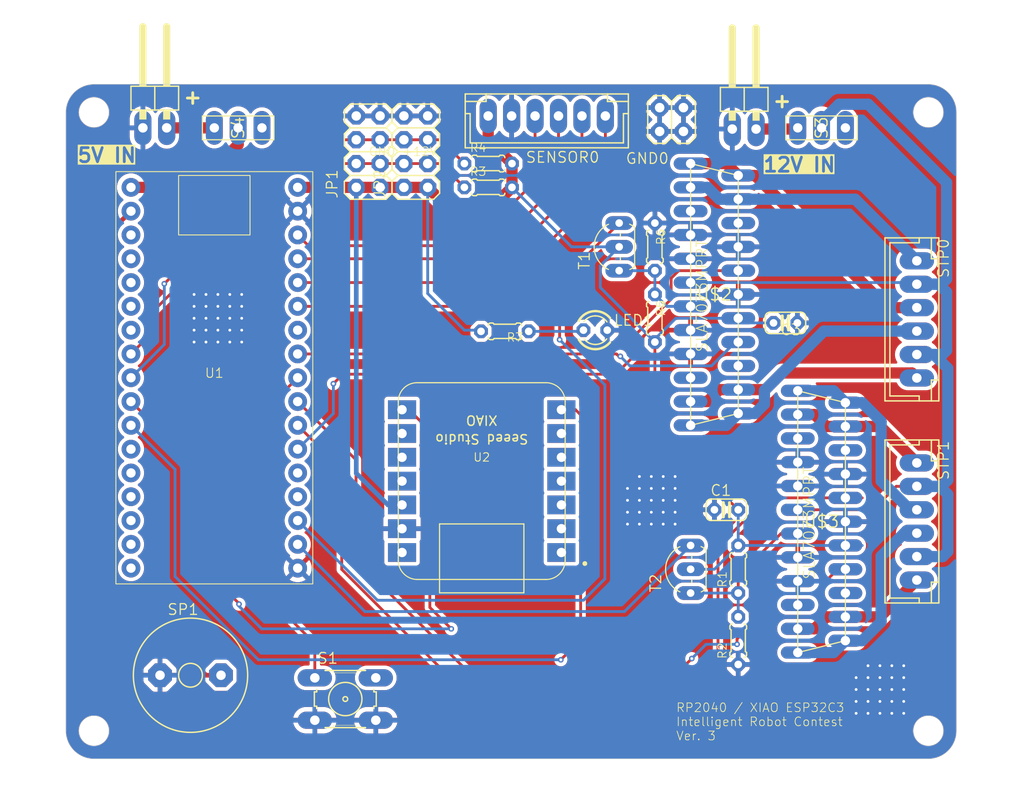
<source format=kicad_pcb>
(kicad_pcb (version 20221018) (generator pcbnew)
  (layers (0 "F.Cu" signal) (31 "B.Cu" signal) (34 "B.Paste" user) (35 "F.Paste" user) (36 "B.SilkS" user "B.Silkscreen") (37 "F.SilkS" user "F.Silkscreen") (38 "B.Mask" user) (39 "F.Mask" user) (44 "Edge.Cuts" user))
  (net 0 "")
  (net 1 "GND")
  (net 2 "+5V")
  (net 3 "+12V")
  (net 4 "+3V3")
  (net 5 "/SDA")
  (net 6 "/SCL")
  (net 7 "Net-(S3-S)")
  (net 8 "Net-(S4-S)")
  (net 9 "Net-(LED1-PadA)")
  (net 10 "Net-(R1-Pad1)")
  (net 11 "Net-(R5-Pad1)")
  (net 12 "/SW0")
  (net 16 "/S0")
  (net 17 "/S1")
  (net 18 "/S2")
  (net 19 "/S3")
  (net 20 "Net-(U1-GPIO0)")
  (net 21 "/A{slash}")
  (net 22 "/A")
  (net 23 "/B_")
  (net 24 "/B{slash}")
  (net 25 "/A{slash}1")
  (net 26 "/A1")
  (net 27 "/B1")
  (net 28 "/B{slash}1")
  (net 29 "/SLP0")
  (net 30 "/SLP1")
  (net 31 "/STP0")
  (net 32 "/DIR0")
  (net 36 "/STP1")
  (net 37 "/DIR1")
  (net 45 "Net-(U1-GPIO8)")
  (net 46 "Net-(U1-GPIO9)")
  (footprint "untitled:0204_5" (layer "F.Cu") (at 147.828 95.377 180)
    (fp_text reference "R7")
    (fp_text value "R-US_0204/5")
  )
  (footprint "untitled:0204_5" (layer "F.Cu") (at 172.72 120.77 90)
    (fp_text reference "R1")
    (fp_text value "3.3k")
  )
  (footprint "untitled:XH-6" (layer "F.Cu") (at 152.3 72.39)
    (fp_text reference "SENSOR0")
    (fp_text value "XH-6")
  )
  (footprint "untitled:TO92-ECB" (layer "F.Cu") (at 167.64 120.77 90)
    (fp_text reference "T2")
    (fp_text value "2SC1815")
  )
  (footprint "untitled:C025-024X044" (layer "F.Cu") (at 177.7552 94.4792 180)
    (fp_text reference "C3")
    (fp_text value "0.1u")
  )
  (footprint "untitled:2X02" (layer "F.Cu") (at 165.608 72.771)
    (fp_text reference "GND0")
    (fp_text value "PINHD-2X2")
  )
  (footprint "untitled:1X02_90" (layer "F.Cu") (at 110.49 69.85)
    (fp_text reference "JP5" hide)
    (fp_text value "PINHD-1X2/90")
  )
  (footprint "untitled:XH-6" (layer "F.Cu") (at 191.77 94.1 -90)
    (fp_text reference "STP0")
    (fp_text value "XH-6")
  )
  (footprint "untitled:2X04" (layer "F.Cu") (at 133.249 76.2 90)
    (fp_text reference "JP1")
    (fp_text value "PINHD-2X4")
  )
  (footprint "untitled:0204_5" (layer "F.Cu") (at 146.05 80.01)
    (fp_text reference "R3")
    (fp_text value "10k")
  )
  (footprint "untitled:2X04" (layer "F.Cu") (at 138.329 76.2 90)
    (fp_text reference "JP2")
    (fp_text value "PINHD-2X4")
  )
  (footprint "untitled:SLA7073MPRT" (layer "F.Cu") (at 170.18 91.44 180)
    (fp_text reference "U$2")
    (fp_text value "SLA7073MPRT")
  )
  (footprint "untitled:0204_5" (layer "F.Cu") (at 163.83 93.98 -90)
    (fp_text reference "R5")
    (fp_text value "3.3k")
  )
  (footprint "untitled:0204_5" (layer "F.Cu") (at 163.83 86.36 -90)
    (fp_text reference "R6")
    (fp_text value "220")
  )
  (footprint "untitled:0204_5" (layer "F.Cu") (at 146.05 77.47)
    (fp_text reference "R4")
    (fp_text value "10k")
  )
  (footprint "untitled:AL60P" (layer "F.Cu") (at 114.3 132.08)
    (fp_text reference "SP1")
    (fp_text value "AL60P")
  )
  (footprint "Library:AE-RP2040" (layer "F.Cu") (at 116.84 100.33)
    (fp_text reference "U1")
    (fp_text value "~")
  )
  (footprint "untitled:B3F-10XX" (layer "F.Cu") (at 130.81 134.62)
    (fp_text reference "S1")
    (fp_text value "10-XX")
  )
  (footprint "untitled:LED3MM" (layer "F.Cu") (at 157.48 95.25)
    (fp_text reference "LED1")
    (fp_text value "LED3MM")
  )
  (footprint "untitled:SLA7073MPRT" (layer "F.Cu") (at 181.61 115.69 180)
    (fp_text reference "U$3")
    (fp_text value "SLA7073MPRT")
  )
  (footprint "untitled:C025-024X044" (layer "F.Cu") (at 171.45 114.42)
    (fp_text reference "C1")
    (fp_text value "0.1u")
  )
  (footprint "Library:XIAO-ESP32C3-14P-2.54-21X17.8MM" (layer "F.Cu") (at 145.36 111.36 180)
    (fp_text reference "U2")
    (fp_text value "Seeed Studio XIAO SAMD21" hide)
  )
  (footprint "untitled:XH-6" (layer "F.Cu") (at 191.77 115.67 -90)
    (fp_text reference "STP1")
    (fp_text value "XH-6")
  )
  (footprint "untitled:0204_5" (layer "F.Cu") (at 172.72 128.39 90)
    (fp_text reference "R2")
    (fp_text value "220")
  )
  (footprint "untitled:TOGGLE" (layer "F.Cu") (at 181.61 73.66 -90)
    (fp_text reference "S3")
    (fp_text value "TOGGLE")
  )
  (footprint "untitled:TOGGLE" (layer "F.Cu") (at 119.38 73.66 -90)
    (fp_text reference "S4")
    (fp_text value "TOGGLE")
  )
  (footprint "untitled:1X02_90" (layer "F.Cu") (at 173.355 69.977)
    (fp_text reference "JP4" hide)
    (fp_text value "PINHD-1X2/90")
  )
  (footprint "untitled:TO92-ECB" (layer "F.Cu") (at 160.02 86.36 90)
    (fp_text reference "T1")
    (fp_text value "2SC1815")
  )
  (gr_arc (start 193.0011 69.0036) (mid 195.12242 69.88228) (end 196.0011 72.0036) (stroke (width 0.05)) (layer "Edge.Cuts"))
  (gr_line (start 104.0011 141.0036) (end 193.0011 141.0036) (stroke (width 0.05)) (layer "Edge.Cuts"))
  (gr_arc (start 104.0011 141.0036) (mid 101.87978 140.12492) (end 101.0011 138.0036) (stroke (width 0.05)) (layer "Edge.Cuts"))
  (gr_arc (start 101.0011 72.0036) (mid 101.87978 69.88228) (end 104.0011 69.0036) (stroke (width 0.05)) (layer "Edge.Cuts"))
  (gr_arc (start 196.0011 138.0036) (mid 195.12242 140.12492) (end 193.0011 141.0036) (stroke (width 0.05)) (layer "Edge.Cuts"))
  (gr_circle (center 104.0011 72.0036) (end 105.6011 72.0036) (stroke (width 0.05)) (fill none) (layer "Edge.Cuts"))
  (gr_line (start 101.0011 72.0036) (end 101.0011 138.0036) (stroke (width 0.05)) (layer "Edge.Cuts"))
  (gr_circle (center 193.0011 138.0036) (end 194.6011 138.0036) (stroke (width 0.05)) (fill none) (layer "Edge.Cuts"))
  (gr_circle (center 193.0011 72.0036) (end 194.6011 72.0036) (stroke (width 0.05)) (fill none) (layer "Edge.Cuts"))
  (gr_line (start 193.0011 69.0036) (end 104.0011 69.0036) (stroke (width 0.05)) (layer "Edge.Cuts"))
  (gr_line (start 196.0011 138.0036) (end 196.0011 72.0036) (stroke (width 0.05)) (layer "Edge.Cuts"))
  (gr_circle (center 104.0011 138.0036) (end 105.6011 138.0036) (stroke (width 0.05)) (fill none) (layer "Edge.Cuts"))
  (gr_text "GND +12V" (at 133.2591 76.7416) (layer "F.SilkS") (effects (font (size 0.93472 0.93472) (thickness 0.08128)) (justify left bottom)))
  (gr_text "12V IN" (at 175.26 78.486) (layer "F.SilkS" knockout) (effects (font (size 1.5 1.5) (thickness 0.3) bold) (justify left bottom)))
  (gr_text "+" (at 113.411 71.247) (layer "F.SilkS") (effects (font (size 1.5 1.5) (thickness 0.3) bold) (justify left bottom)))
  (gr_text "+" (at 176.276 71.628) (layer "F.SilkS") (effects (font (size 1.5 1.5) (thickness 0.3) bold) (justify left bottom)))
  (gr_text "5V IN" (at 102.108 77.47) (layer "F.SilkS" knockout) (effects (font (size 1.5 1.5) (thickness 0.3) bold) (justify left bottom)))
  (gr_text "RP2040 / XIAO ESP32C3\nIntelligent Robot Contest\nVer. 3" (at 166.0511 139.0936) (layer "F.SilkS") (effects (font (size 0.93472 0.93472) (thickness 0.08128)) (justify left bottom)))
  (via (at 190.373 132.334) (size 0.5) (drill 0.3) (layers "F.Cu" "B.Cu") (net 1))
  (via (at 114.681 93.98) (size 0.5) (drill 0.3) (layers "F.Cu" "B.Cu") (net 1))
  (via (at 119.761 93.98) (size 0.5) (drill 0.3) (layers "F.Cu" "B.Cu") (net 1))
  (via (at 187.833 131.064) (size 0.5) (drill 0.3) (layers "F.Cu" "B.Cu") (net 1))
  (via (at 187.833 133.604) (size 0.5) (drill 0.3) (layers "F.Cu" "B.Cu") (net 1))
  (via (at 163.449 110.871) (size 0.5) (drill 0.3) (layers "F.Cu" "B.Cu") (net 1))
  (via (at 115.951 91.44) (size 0.5) (drill 0.3) (layers "F.Cu" "B.Cu") (net 1))
  (via (at 187.833 136.144) (size 0.5) (drill 0.3) (layers "F.Cu" "B.Cu") (net 1))
  (via (at 187.833 132.334) (size 0.5) (drill 0.3) (layers "F.Cu" "B.Cu") (net 1))
  (via (at 115.951 95.25) (size 0.5) (drill 0.3) (layers "F.Cu" "B.Cu") (net 1))
  (via (at 118.491 91.44) (size 0.5) (drill 0.3) (layers "F.Cu" "B.Cu") (net 1))
  (via (at 186.563 136.144) (size 0.5) (drill 0.3) (layers "F.Cu" "B.Cu") (net 1))
  (via (at 117.221 96.52) (size 0.5) (drill 0.3) (layers "F.Cu" "B.Cu") (net 1))
  (via (at 160.909 112.141) (size 0.5) (drill 0.3) (layers "F.Cu" "B.Cu") (net 1))
  (via (at 164.719 110.871) (size 0.5) (drill 0.3) (layers "F.Cu" "B.Cu") (net 1))
  (via (at 117.221 91.44) (size 0.5) (drill 0.3) (layers "F.Cu" "B.Cu") (net 1))
  (via (at 118.491 96.52) (size 0.5) (drill 0.3) (layers "F.Cu" "B.Cu") (net 1))
  (via (at 118.491 92.71) (size 0.5) (drill 0.3) (layers "F.Cu" "B.Cu") (net 1))
  (via (at 164.719 115.951) (size 0.5) (drill 0.3) (layers "F.Cu" "B.Cu") (net 1))
  (via (at 117.221 93.98) (size 0.5) (drill 0.3) (layers "F.Cu" "B.Cu") (net 1))
  (via (at 164.719 112.141) (size 0.5) (drill 0.3) (layers "F.Cu" "B.Cu") (net 1))
  (via (at 117.221 95.25) (size 0.5) (drill 0.3) (layers "F.Cu" "B.Cu") (net 1))
  (via (at 186.563 134.874) (size 0.5) (drill 0.3) (layers "F.Cu" "B.Cu") (net 1))
  (via (at 189.103 133.604) (size 0.5) (drill 0.3) (layers "F.Cu" "B.Cu") (net 1))
  (via (at 189.103 132.334) (size 0.5) (drill 0.3) (layers "F.Cu" "B.Cu") (net 1))
  (via (at 164.719 114.681) (size 0.5) (drill 0.3) (layers "F.Cu" "B.Cu") (net 1))
  (via (at 187.833 134.874) (size 0.5) (drill 0.3) (layers "F.Cu" "B.Cu") (net 1))
  (via (at 114.681 92.71) (size 0.5) (drill 0.3) (layers "F.Cu" "B.Cu") (net 1))
  (via (at 118.491 93.98) (size 0.5) (drill 0.3) (layers "F.Cu" "B.Cu") (net 1))
  (via (at 114.681 96.52) (size 0.5) (drill 0.3) (layers "F.Cu" "B.Cu") (net 1))
  (via (at 190.373 136.144) (size 0.5) (drill 0.3) (layers "F.Cu" "B.Cu") (net 1))
  (via (at 165.989 113.411) (size 0.5) (drill 0.3) (layers "F.Cu" "B.Cu") (net 1))
  (via (at 186.563 132.334) (size 0.5) (drill 0.3) (layers "F.Cu" "B.Cu") (net 1))
  (via (at 118.491 95.25) (size 0.5) (drill 0.3) (layers "F.Cu" "B.Cu") (net 1))
  (via (at 186.563 133.604) (size 0.5) (drill 0.3) (layers "F.Cu" "B.Cu") (net 1))
  (via (at 163.449 115.951) (size 0.5) (drill 0.3) (layers "F.Cu" "B.Cu") (net 1))
  (via (at 163.449 114.681) (size 0.5) (drill 0.3) (layers "F.Cu" "B.Cu") (net 1))
  (via (at 162.179 113.411) (size 0.5) (drill 0.3) (layers "F.Cu" "B.Cu") (net 1))
  (via (at 115.951 96.52) (size 0.5) (drill 0.3) (layers "F.Cu" "B.Cu") (net 1))
  (via (at 119.761 92.71) (size 0.5) (drill 0.3) (layers "F.Cu" "B.Cu") (net 1))
  (via (at 119.761 91.44) (size 0.5) (drill 0.3) (layers "F.Cu" "B.Cu") (net 1))
  (via (at 185.293 136.144) (size 0.5) (drill 0.3) (layers "F.Cu" "B.Cu") (net 1))
  (via (at 160.909 113.411) (size 0.5) (drill 0.3) (layers "F.Cu" "B.Cu") (net 1))
  (via (at 189.103 136.144) (size 0.5) (drill 0.3) (layers "F.Cu" "B.Cu") (net 1))
  (via (at 165.989 115.951) (size 0.5) (drill 0.3) (layers "F.Cu" "B.Cu") (net 1))
  (via (at 119.761 95.25) (size 0.5) (drill 0.3) (layers "F.Cu" "B.Cu") (net 1))
  (via (at 162.179 115.951) (size 0.5) (drill 0.3) (layers "F.Cu" "B.Cu") (net 1))
  (via (at 186.563 131.064) (size 0.5) (drill 0.3) (layers "F.Cu" "B.Cu") (net 1))
  (via (at 119.761 96.52) (size 0.5) (drill 0.3) (layers "F.Cu" "B.Cu") (net 1))
  (via (at 162.179 110.871) (size 0.5) (drill 0.3) (layers "F.Cu" "B.Cu") (net 1))
  (via (at 114.681 91.44) (size 0.5) (drill 0.3) (layers "F.Cu" "B.Cu") (net 1))
  (via (at 165.989 112.141) (size 0.5) (drill 0.3) (layers "F.Cu" "B.Cu") (net 1))
  (via (at 162.179 114.681) (size 0.5) (drill 0.3) (layers "F.Cu" "B.Cu") (net 1))
  (via (at 185.293 133.604) (size 0.5) (drill 0.3) (layers "F.Cu" "B.Cu") (net 1))
  (via (at 185.293 132.334) (size 0.5) (drill 0.3) (layers "F.Cu" "B.Cu") (net 1))
  (via (at 163.449 112.141) (size 0.5) (drill 0.3) (layers "F.Cu" "B.Cu") (net 1))
  (via (at 190.373 133.604) (size 0.5) (drill 0.3) (layers "F.Cu" "B.Cu") (net 1))
  (via (at 117.221 92.71) (size 0.5) (drill 0.3) (layers "F.Cu" "B.Cu") (net 1))
  (via (at 165.989 110.871) (size 0.5) (drill 0.3) (layers "F.Cu" "B.Cu") (net 1))
  (via (at 114.681 95.25) (size 0.5) (drill 0.3) (layers "F.Cu" "B.Cu") (net 1))
  (via (at 162.179 112.141) (size 0.5) (drill 0.3) (layers "F.Cu" "B.Cu") (net 1))
  (via (at 165.989 114.681) (size 0.5) (drill 0.3) (layers "F.Cu" "B.Cu") (net 1))
  (via (at 185.293 134.874) (size 0.5) (drill 0.3) (layers "F.Cu" "B.Cu") (net 1))
  (via (at 189.103 134.874) (size 0.5) (drill 0.3) (layers "F.Cu" "B.Cu") (net 1))
  (via (at 115.951 93.98) (size 0.5) (drill 0.3) (layers "F.Cu" "B.Cu") (net 1))
  (via (at 190.373 131.064) (size 0.5) (drill 0.3) (layers "F.Cu" "B.Cu") (net 1))
  (via (at 164.719 113.411) (size 0.5) (drill 0.3) (layers "F.Cu" "B.Cu") (net 1))
  (via (at 115.951 92.71) (size 0.5) (drill 0.3) (layers "F.Cu" "B.Cu") (net 1))
  (via (at 189.103 131.064) (size 0.5) (drill 0.3) (layers "F.Cu" "B.Cu") (net 1))
  (via (at 190.373 134.874) (size 0.5) (drill 0.3) (layers "F.Cu" "B.Cu") (net 1))
  (via (at 160.909 114.681) (size 0.5) (drill 0.3) (layers "F.Cu" "B.Cu") (net 1))
  (via (at 163.449 113.411) (size 0.5) (drill 0.3) (layers "F.Cu" "B.Cu") (net 1))
  (via (at 160.909 115.951) (size 0.5) (drill 0.3) (layers "F.Cu" "B.Cu") (net 1))
  (segment (start 119.38 75.45507) (end 119.38 73.66) (width 1.2) (layer "F.Cu") (net 2))
  (segment (start 107.95 80.01) (end 114.82507 80.01) (width 1.2) (layer "F.Cu") (net 2))
  (segment (start 114.82507 80.01) (end 119.38 75.45507) (width 1.2) (layer "F.Cu") (net 2))
  (segment (start 167.231134 90.29) (end 167.64 90.29) (width 0.3) (layer "F.Cu") (net 3))
  (segment (start 187.078 114.42) (end 189.578 111.92) (width 0.3) (layer "F.Cu") (net 3))
  (segment (start 179.07 114.42) (end 187.078 114.42) (width 0.3) (layer "F.Cu") (net 3))
  (segment (start 189.578 111.92) (end 191.77 111.92) (width 0.3) (layer "F.Cu") (net 3))
  (segment (start 193.593791 97.85) (end 194.504 97.85) (width 1.2) (layer "B.Cu") (net 3))
  (segment (start 191.59 90.17) (end 191.77 90.35) (width 0.3) (layer "B.Cu") (net 3))
  (segment (start 195.072 111.252) (end 195.072 99.328209) (width 1.2) (layer "B.Cu") (net 3))
  (segment (start 167.64 90.17) (end 191.59 90.17) (width 0.3) (layer "B.Cu") (net 3))
  (segment (start 183.472888 71.13793) (end 181.61 73.000818) (width 1.2) (layer "B.Cu") (net 3))
  (segment (start 181.61 73.000818) (end 181.61 73.66) (width 1.2) (layer "B.Cu") (net 3))
  (segment (start 194.524 119.42) (end 195.072 118.872) (width 1.2) (layer "B.Cu") (net 3))
  (segment (start 194.945 91.186) (end 194.109 90.35) (width 1.2) (layer "B.Cu") (net 3))
  (segment (start 194.109 90.35) (end 193.593791 90.35) (width 1.2) (layer "B.Cu") (net 3))
  (segment (start 195.072 112.776) (end 194.216 111.92) (width 1.2) (layer "B.Cu") (net 3))
  (segment (start 195.072 118.872) (end 195.072 112.776) (width 1.2) (layer "B.Cu") (net 3))
  (segment (start 191.77 119.42) (end 194.524 119.42) (width 1.2) (layer "B.Cu") (net 3))
  (segment (start 193.593791 90.35) (end 194.384 90.35) (width 1.2) (layer "B.Cu") (net 3))
  (segment (start 194.945 79.502) (end 186.58093 71.13793) (width 1.2) (layer "B.Cu") (net 3))
  (segment (start 191.77 90.35) (end 193.593791 90.35) (width 1.2) (layer "B.Cu") (net 3))
  (segment (start 194.384 90.35) (end 194.945 89.789) (width 1.2) (layer "B.Cu") (net 3))
  (segment (start 195.072 99.328209) (end 193.593791 97.85) (width 1.2) (layer "B.Cu") (net 3))
  (segment (start 191.77 111.92) (end 194.404 111.92) (width 1.2) (layer "B.Cu") (net 3))
  (segment (start 194.504 97.85) (end 194.945 97.409) (width 1.2) (layer "B.Cu") (net 3))
  (segment (start 194.945 89.789) (end 194.945 79.502) (width 1.2) (layer "B.Cu") (net 3))
  (segment (start 194.945 97.409) (end 194.945 91.186) (width 1.2) (layer "B.Cu") (net 3))
  (segment (start 191.77 97.85) (end 193.593791 97.85) (width 1.2) (layer "B.Cu") (net 3))
  (segment (start 186.58093 71.13793) (end 183.472888 71.13793) (width 1.2) (layer "B.Cu") (net 3))
  (segment (start 194.404 111.92) (end 195.072 111.252) (width 1.2) (layer "B.Cu") (net 3))
  (segment (start 194.216 111.92) (end 191.77 111.92) (width 1.2) (layer "B.Cu") (net 3))
  (segment (start 134.519 80.01) (end 137.059 80.01) (width 1.2) (layer "F.Cu") (net 4))
  (segment (start 139.599 80.01) (end 141.33052 81.74152) (width 1.2) (layer "F.Cu") (net 4))
  (segment (start 163.83 105.53) (end 163.83 96.52) (width 0.3) (layer "F.Cu") (net 4))
  (segment (start 172.72 114.42) (end 163.83 105.53) (width 0.3) (layer "F.Cu") (net 4))
  (segment (start 148.59 77.47) (end 146.05 74.93) (width 1.2) (layer "F.Cu") (net 4))
  (segment (start 148.59 80.01) (end 148.59 77.47) (width 1.2) (layer "F.Cu") (net 4))
  (segment (start 137.059 80.01) (end 139.599 80.01) (width 1.2) (layer "F.Cu") (net 4))
  (segment (start 146.85848 81.74152) (end 148.59 80.01) (width 1.2) (layer "F.Cu") (net 4))
  (segment (start 141.33052 81.74152) (end 146.85848 81.74152) (width 1.2) (layer "F.Cu") (net 4))
  (segment (start 146.05 74.93) (end 146.05 72.39) (width 1.2) (layer "F.Cu") (net 4))
  (segment (start 131.979 80.01) (end 134.519 80.01) (width 1.2) (layer "F.Cu") (net 4))
  (segment (start 125.73 80.01) (end 131.979 80.01) (width 1.2) (layer "F.Cu") (net 4))
  (segment (start 173.2192 94.4792) (end 172.72 93.98) (width 0.3) (layer "B.Cu") (net 4))
  (segment (start 172.72 118.23) (end 172.72 114.42) (width 0.3) (layer "B.Cu") (net 4))
  (segment (start 139.599 91.339) (end 143.51 95.25) (width 0.3) (layer "B.Cu") (net 4))
  (segment (start 154.94 86.36) (end 148.59 80.01) (width 0.3) (layer "B.Cu") (net 4))
  (segment (start 135.36 113.9) (end 131.979 110.519) (width 0.5) (layer "B.Cu") (net 4))
  (segment (start 145.161 95.25) (end 145.288 95.377) (width 0.3) (layer "B.Cu") (net 4))
  (segment (start 131.979 110.519) (end 131.979 80.01) (width 0.5) (layer "B.Cu") (net 4))
  (segment (start 170.18 120.77) (end 172.72 118.23) (width 0.3) (layer "B.Cu") (net 4))
  (segment (start 176.4852 94.4792) (end 173.2192 94.4792) (width 0.3) (layer "B.Cu") (net 4))
  (segment (start 158.008198 90.698198) (end 158.008198 88.371802) (width 0.3) (layer "B.Cu") (net 4))
  (segment (start 139.599 80.01) (end 139.599 91.339) (width 0.3) (layer "B.Cu") (net 4))
  (segment (start 136.86 113.9) (end 135.36 113.9) (width 0.5) (layer "B.Cu") (net 4))
  (segment (start 172.72 118.23) (end 184.15 118.23) (width 0.3) (layer "B.Cu") (net 4))
  (segment (start 143.51 95.25) (end 145.161 95.25) (width 0.3) (layer "B.Cu") (net 4))
  (segment (start 184.15 118.23) (end 185.94507 118.23) (width 0.3) (layer "B.Cu") (net 4))
  (segment (start 163.83 96.52) (end 158.008198 90.698198) (width 0.3) (layer "B.Cu") (net 4))
  (segment (start 166.063397 93.98) (end 163.83 96.213397) (width 0.3) (layer "B.Cu") (net 4))
  (segment (start 167.64 120.77) (end 170.18 120.77) (width 0.3) (layer "B.Cu") (net 4))
  (segment (start 160.02 86.36) (end 154.94 86.36) (width 0.3) (layer "B.Cu") (net 4))
  (segment (start 163.83 96.213397) (end 163.83 96.52) (width 0.3) (layer "B.Cu") (net 4))
  (segment (start 158.008198 88.371802) (end 160.02 86.36) (width 0.3) (layer "B.Cu") (net 4))
  (segment (start 172.72 93.98) (end 166.063397 93.98) (width 0.3) (layer "B.Cu") (net 4))
  (segment (start 126.077968 77.47) (end 109.5 94.047968) (width 0.3) (layer "F.Cu") (net 5))
  (segment (start 109.5 96.24) (end 107.95 97.79) (width 0.3) (layer "F.Cu") (net 5))
  (segment (start 109.5 94.047968) (end 109.5 96.24) (width 0.3) (layer "F.Cu") (net 5))
  (segment (start 139.599 77.47) (end 140.97 77.47) (width 0.3) (layer "F.Cu") (net 5))
  (segment (start 137.059 77.47) (end 134.519 77.47) (width 0.3) (layer "F.Cu") (net 5))
  (segment (start 139.599 77.47) (end 137.059 77.47) (width 0.3) (layer "F.Cu") (net 5))
  (segment (start 131.979 77.47) (end 126.077968 77.47) (width 0.3) (layer "F.Cu") (net 5))
  (segment (start 134.519 77.47) (end 131.979 77.47) (width 0.3) (layer "F.Cu") (net 5))
  (segment (start 140.97 77.47) (end 143.51 80.01) (width 0.3) (layer "F.Cu") (net 5))
  (segment (start 131.979 74.93) (end 126.873 74.93) (width 0.3) (layer "F.Cu") (net 6))
  (segment (start 134.519 74.93) (end 131.979 74.93) (width 0.3) (layer "F.Cu") (net 6))
  (segment (start 140.97 74.93) (end 143.51 77.47) (width 0.3) (layer "F.Cu") (net 6))
  (segment (start 139.599 74.93) (end 140.97 74.93) (width 0.3) (layer "F.Cu") (net 6))
  (segment (start 126.873 74.93) (end 111.506 90.297) (width 0.3) (layer "F.Cu") (net 6))
  (segment (start 139.599 74.93) (end 137.059 74.93) (width 0.3) (layer "F.Cu") (net 6))
  (segment (start 137.059 74.93) (end 134.519 74.93) (width 0.3) (layer "F.Cu") (net 6))
  (via (at 111.506 90.297) (size 0.6) (drill 0.3) (layers "F.Cu" "B.Cu") (net 6))
  (segment (start 111.506 90.297) (end 111.506 96.774) (width 0.3) (layer "B.Cu") (net 6))
  (segment (start 111.506 96.774) (end 107.95 100.33) (width 0.3) (layer "B.Cu") (net 6))
  (segment (start 174.625 73.787) (end 178.943 73.787) (width 1.2) (layer "F.Cu") (net 7))
  (segment (start 178.943 73.787) (end 179.07 73.66) (width 1.2) (layer "F.Cu") (net 7))
  (segment (start 111.76 73.66) (end 116.84 73.66) (width 1.2) (layer "F.Cu") (net 8))
  (segment (start 150.368 95.377) (end 150.495 95.25) (width 0.3) (layer "F.Cu") (net 9))
  (segment (start 150.368 95.377) (end 156.083 95.377) (width 0.3) (layer "B.Cu") (net 9))
  (segment (start 156.083 95.377) (end 156.21 95.25) (width 0.3) (layer "B.Cu") (net 9))
  (segment (start 177.273851 116.96) (end 172.72 121.513851) (width 0.3) (layer "F.Cu") (net 10))
  (segment (start 172.72 121.513851) (end 172.72 123.31) (width 0.3) (layer "F.Cu") (net 10))
  (segment (start 179.07 116.96) (end 177.273851 116.96) (width 0.3) (layer "F.Cu") (net 10))
  (segment (start 172.72 123.31) (end 172.72 125.85) (width 0.3) (layer "B.Cu") (net 10))
  (segment (start 167.64 123.31) (end 172.72 123.31) (width 0.3) (layer "B.Cu") (net 10))
  (segment (start 163.83 91.44) (end 163.83 88.9) (width 0.3) (layer "B.Cu") (net 11))
  (segment (start 165.1 92.71) (end 163.83 91.44) (width 0.3) (layer "B.Cu") (net 11))
  (segment (start 167.64 92.71) (end 165.1 92.71) (width 0.3) (layer "B.Cu") (net 11))
  (segment (start 163.83 88.9) (end 160.02 88.9) (width 0.3) (layer "B.Cu") (net 11))
  (segment (start 127.5588 128.7018) (end 119.878541 121.021541) (width 0.3) (layer "F.Cu") (net 12))
  (segment (start 119.878541 121.021541) (end 119.878541 106.181459) (width 0.3) (layer "F.Cu") (net 12))
  (segment (start 127.5588 132.3594) (end 127.5588 128.7018) (width 0.3) (layer "F.Cu") (net 12))
  (segment (start 119.878541 106.181459) (end 125.73 100.33) (width 0.3) (layer "F.Cu") (net 12))
  (segment (start 145.710595 92.71) (end 125.73 92.71) (width 0.3) (layer "F.Cu") (net 16))
  (segment (start 158.55 79.870595) (end 145.710595 92.71) (width 0.3) (layer "F.Cu") (net 16))
  (segment (start 158.55 72.39) (end 158.55 79.870595) (width 0.3) (layer "F.Cu") (net 16))
  (segment (start 156.05 72.39) (end 156.05 79.535) (width 0.3) (layer "F.Cu") (net 17))
  (segment (start 156.05 79.535) (end 145.415 90.17) (width 0.3) (layer "F.Cu") (net 17))
  (segment (start 145.415 90.17) (end 125.73 90.17) (width 0.3) (layer "F.Cu") (net 17))
  (segment (start 145.542 87.63) (end 125.73 87.63) (width 0.3) (layer "F.Cu") (net 18))
  (segment (start 153.55 79.622) (end 145.542 87.63) (width 0.3) (layer "F.Cu") (net 18))
  (segment (start 153.55 72.39) (end 153.55 79.622) (width 0.3) (layer "F.Cu") (net 18))
  (segment (start 144.179344 86.233) (end 126.873 86.233) (width 0.3) (layer "F.Cu") (net 19))
  (segment (start 151.05 79.362344) (end 144.179344 86.233) (width 0.3) (layer "F.Cu") (net 19))
  (segment (start 126.873 86.233) (end 125.73 85.09) (width 0.3) (layer "F.Cu") (net 19))
  (segment (start 151.05 72.39) (end 151.05 79.362344) (width 0.3) (layer "F.Cu") (net 19))
  (segment (start 104.394 86.106) (end 104.394 120.523) (width 0.5) (layer "F.Cu") (net 20))
  (segment (start 107.95 82.55) (end 104.394 86.106) (width 0.5) (layer "F.Cu") (net 20))
  (segment (start 115.951 132.08) (end 117.5512 132.08) (width 0.5) (layer "F.Cu") (net 20))
  (segment (start 104.394 120.523) (end 115.951 132.08) (width 0.5) (layer "F.Cu") (net 20))
  (segment (start 170.70507 81.28) (end 172.72 81.28) (width 1.2) (layer "B.Cu") (net 21))
  (segment (start 169.43507 80.01) (end 170.70507 81.28) (width 1.2) (layer "B.Cu") (net 21))
  (segment (start 172.72 81.28) (end 185.2 81.28) (width 1.2) (layer "B.Cu") (net 21))
  (segment (start 167.64 80.01) (end 169.43507 80.01) (width 1.2) (layer "B.Cu") (net 21))
  (segment (start 185.2 81.28) (end 191.77 87.85) (width 1.2) (layer "B.Cu") (net 21))
  (segment (start 172.72 78.74) (end 174.51507 78.74) (width 1.2) (layer "F.Cu") (net 22))
  (segment (start 188.62507 92.85) (end 191.77 92.85) (width 1.2) (layer "F.Cu") (net 22))
  (segment (start 167.64 77.47) (end 171.45 77.47) (width 1.2) (layer "F.Cu") (net 22))
  (segment (start 174.51507 78.74) (end 188.62507 92.85) (width 1.2) (layer "F.Cu") (net 22))
  (segment (start 171.45 77.47) (end 172.72 78.74) (width 1.2) (layer "F.Cu") (net 22))
  (segment (start 171.45 105.41) (end 172.72 104.14) (width 1.2) (layer "B.Cu") (net 23))
  (segment (start 181.854738 95.35) (end 191.77 95.35) (width 1.2) (layer "B.Cu") (net 23))
  (segment (start 175.51507 101.689668) (end 181.854738 95.35) (width 1.2) (layer "B.Cu") (net 23))
  (segment (start 175.51507 103.14) (end 175.51507 101.689668) (width 1.2) (layer "B.Cu") (net 23))
  (segment (start 167.64 105.41) (end 171.45 105.41) (width 1.2) (layer "B.Cu") (net 23))
  (segment (start 174.51507 104.14) (end 175.51507 103.14) (width 1.2) (layer "B.Cu") (net 23))
  (segment (start 172.72 104.14) (end 174.51507 104.14) (width 1.2) (layer "B.Cu") (net 23))
  (segment (start 172.72 101.6) (end 175.604738 101.6) (width 1.2) (layer "F.Cu") (net 24))
  (segment (start 177.384738 99.82) (end 191.24 99.82) (width 1.2) (layer "F.Cu") (net 24))
  (segment (start 167.64 102.87) (end 169.43507 102.87) (width 1.2) (layer "F.Cu") (net 24))
  (segment (start 169.43507 102.87) (end 170.70507 101.6) (width 1.2) (layer "F.Cu") (net 24))
  (segment (start 175.604738 101.6) (end 177.384738 99.82) (width 1.2) (layer "F.Cu") (net 24))
  (segment (start 191.24 99.82) (end 191.77 100.35) (width 1.2) (layer "F.Cu") (net 24))
  (segment (start 170.70507 101.6) (end 172.72 101.6) (width 1.2) (layer "F.Cu") (net 24))
  (segment (start 179.07 104.26) (end 180.86507 104.26) (width 1.2) (layer "F.Cu") (net 25))
  (segment (start 180.86507 104.26) (end 182.13507 105.53) (width 1.2) (layer "F.Cu") (net 25))
  (segment (start 182.13507 105.53) (end 184.15 105.53) (width 1.2) (layer "F.Cu") (net 25))
  (segment (start 184.15 105.53) (end 187.88 105.53) (width 1.2) (layer "F.Cu") (net 25))
  (segment (start 187.88 105.53) (end 191.77 109.42) (width 1.2) (layer "F.Cu") (net 25))
  (segment (start 182.88 101.72) (end 184.15 102.99) (width 1.2) (layer "B.Cu") (net 26))
  (segment (start 187.96 111.343919) (end 191.036081 114.42) (width 1.2) (layer "B.Cu") (net 26))
  (segment (start 184.15 102.99) (end 185.94507 102.99) (width 1.2) (layer "B.Cu") (net 26))
  (segment (start 187.96 105.00493) (end 187.96 111.343919) (width 1.2) (layer "B.Cu") (net 26))
  (segment (start 185.94507 102.99) (end 187.96 105.00493) (width 1.2) (layer "B.Cu") (net 26))
  (segment (start 191.036081 114.42) (end 191.77 114.42) (width 1.2) (layer "B.Cu") (net 26))
  (segment (start 179.07 101.72) (end 182.88 101.72) (width 1.2) (layer "B.Cu") (net 26))
  (segment (start 182.88 129.66) (end 184.15 128.39) (width 1.2) (layer "B.Cu") (net 27))
  (segment (start 187.96 126.37507) (end 187.96 119.38) (width 1.2) (layer "B.Cu") (net 27))
  (segment (start 185.94507 128.39) (end 187.96 126.37507) (width 1.2) (layer "B.Cu") (net 27))
  (segment (start 187.96 119.38) (end 190.42 116.92) (width 1.2) (layer "B.Cu") (net 27))
  (segment (start 190.42 116.92) (end 191.77 116.92) (width 1.2) (layer "B.Cu") (net 27))
  (segment (start 179.07 129.66) (end 182.88 129.66) (width 1.2) (layer "B.Cu") (net 27))
  (segment (start 184.15 128.39) (end 185.94507 128.39) (width 1.2) (layer "B.Cu") (net 27))
  (segment (start 179.07 127.12) (end 180.86507 127.12) (width 1.2) (layer "F.Cu") (net 28))
  (segment (start 187.84 125.85) (end 191.77 121.92) (width 1.2) (layer "F.Cu") (net 28))
  (segment (start 184.15 125.85) (end 187.84 125.85) (width 1.2) (layer "F.Cu") (net 28))
  (segment (start 180.86507 127.12) (end 182.13507 125.85) (width 1.2) (layer "F.Cu") (net 28))
  (segment (start 182.13507 125.85) (end 184.15 125.85) (width 1.2) (layer "F.Cu") (net 28))
  (segment (start 153.67 90.17) (end 153.67 96.266) (width 0.3) (layer "F.Cu") (net 29))
  (segment (start 160.02 83.82) (end 153.67 90.17) (width 0.3) (layer "F.Cu") (net 29))
  (via (at 153.67 96.266) (size 0.6) (drill 0.3) (layers "F.Cu" "B.Cu") (net 29))
  (segment (start 158.496 101.092) (end 158.496 121.793) (width 0.3) (layer "B.Cu") (net 29))
  (segment (start 158.496 121.793) (end 156.21 124.079) (width 0.3) (layer "B.Cu") (net 29))
  (segment (start 153.67 96.266) (end 158.496 101.092) (width 0.3) (layer "B.Cu") (net 29))
  (segment (start 125.73 115.57) (end 134.239 124.079) (width 0.3) (layer "B.Cu") (net 29))
  (segment (start 134.239 124.079) (end 156.21 124.079) (width 0.3) (layer "B.Cu") (net 29))
  (segment (start 125.73 118.11) (end 132.904 125.284) (width 0.3) (layer "B.Cu") (net 30))
  (segment (start 160.586 125.284) (end 167.64 118.23) (width 0.3) (layer "B.Cu") (net 30))
  (segment (start 132.904 125.284) (end 160.586 125.284) (width 0.3) (layer "B.Cu") (net 30))
  (segment (start 166.37 88.9) (end 172.72 88.9) (width 0.3) (layer "F.Cu") (net 31))
  (segment (start 161.698344 97.91) (end 161.698344 95.805053) (width 0.3) (layer "F.Cu") (net 31))
  (segment (start 159.659344 99.949) (end 130.556 99.949) (width 0.3) (layer "F.Cu") (net 31))
  (segment (start 130.556 99.949) (end 129.54 100.965) (width 0.3) (layer "F.Cu") (net 31))
  (segment (start 161.698344 95.805053) (end 165.564283 91.939114) (width 0.3) (layer "F.Cu") (net 31))
  (segment (start 165.564283 89.705717) (end 166.37 88.9) (width 0.3) (layer "F.Cu") (net 31))
  (segment (start 165.564283 91.939114) (end 165.564283 89.705717) (width 0.3) (layer "F.Cu") (net 31))
  (segment (start 161.698344 97.91) (end 159.659344 99.949) (width 0.3) (layer "F.Cu") (net 31))
  (via (at 129.54 100.965) (size 0.6) (drill 0.3) (layers "F.Cu" "B.Cu") (net 31))
  (segment (start 129.54 104.14) (end 129.54 100.965) (width 0.3) (layer "B.Cu") (net 31))
  (segment (start 125.73 107.95) (end 129.54 104.14) (width 0.3) (layer "B.Cu") (net 31))
  (segment (start 125.73 97.79) (end 159.731134 97.79) (width 0.3) (layer "F.Cu") (net 32))
  (segment (start 159.985134 98.044) (end 159.731134 97.79) (width 0.3) (layer "F.Cu") (net 32))
  (segment (start 160.147 98.044) (end 159.985134 98.044) (width 0.3) (layer "F.Cu") (net 32))
  (via (at 160.147 98.044) (size 0.6) (drill 0.3) (layers "F.Cu" "B.Cu") (net 32))
  (segment (start 172.413397 96.52) (end 169.873397 99.06) (width 0.3) (layer "B.Cu") (net 32))
  (segment (start 169.873397 99.06) (end 161.163 99.06) (width 0.3) (layer "B.Cu") (net 32))
  (segment (start 161.163 99.06) (end 160.147 98.044) (width 0.3) (layer "B.Cu") (net 32))
  (segment (start 172.72 96.52) (end 172.413397 96.52) (width 0.3) (layer "B.Cu") (net 32))
  (segment (start 170.561 129.54) (end 167.18948 132.91152) (width 0.3) (layer "F.Cu") (net 36))
  (segment (start 167.18948 132.91152) (end 142.56352 132.91152) (width 0.3) (layer "F.Cu") (net 36))
  (segment (start 184.15 113.15) (end 175.802344 113.15) (width 0.3) (layer "F.Cu") (net 36))
  (segment (start 130.429 110.109) (end 125.73 105.41) (width 0.3) (layer "F.Cu") (net 36))
  (segment (start 185.94507 113.15) (end 184.15 113.15) (width 0.3) (layer "F.Cu") (net 36))
  (segment (start 175.802344 113.15) (end 170.561 118.391344) (width 0.3) (layer "F.Cu") (net 36))
  (segment (start 130.429 120.777) (end 130.429 110.109) (width 0.3) (layer "F.Cu") (net 36))
  (segment (start 170.561 118.391344) (end 170.561 129.54) (width 0.3) (layer "F.Cu") (net 36))
  (segment (start 142.56352 132.91152) (end 130.429 120.777) (width 0.3) (layer "F.Cu") (net 36))
  (segment (start 131.953 109.093) (end 131.953 119.761) (width 0.3) (layer "F.Cu") (net 37))
  (segment (start 144.40352 132.21152) (end 164.846 132.21152) (width 0.3) (layer "F.Cu") (net 37))
  (segment (start 172.593 128.210397) (end 172.593 128.778) (width 0.3) (layer "F.Cu") (net 37))
  (segment (start 164.846 132.21152) (end 164.96848 132.21152) (width 0.3) (layer "F.Cu") (net 37))
  (segment (start 125.73 102.87) (end 131.953 109.093) (width 0.3) (layer "F.Cu") (net 37))
  (segment (start 180.712977 123.38) (end 177.423397 123.38) (width 0.3) (layer "F.Cu") (net 37))
  (segment (start 165.85748 132.21152) (end 164.846 132.21152) (width 0.3) (layer "F.Cu") (net 37))
  (segment (start 184.15 120.77) (end 183.322977 120.77) (width 0.3) (layer "F.Cu") (net 37))
  (segment (start 131.953 119.761) (end 144.40352 132.21152) (width 0.3) (layer "F.Cu") (net 37))
  (segment (start 183.322977 120.77) (end 180.712977 123.38) (width 0.3) (layer "F.Cu") (net 37))
  (segment (start 167.767 130.302) (end 165.85748 132.21152) (width 0.3) (layer "F.Cu") (net 37))
  (segment (start 177.423397 123.38) (end 172.593 128.210397) (width 0.3) (layer "F.Cu") (net 37))
  (via (at 167.767 130.302) (size 0.6) (drill 0.3) (layers "F.Cu" "B.Cu") (net 37))
  (via (at 172.593 128.778) (size 0.6) (drill 0.3) (layers "F.Cu" "B.Cu") (net 37))
  (segment (start 169.291 128.778) (end 167.767 130.302) (width 0.3) (layer "B.Cu") (net 37))
  (segment (start 172.593 128.778) (end 169.291 128.778) (width 0.3) (layer "B.Cu") (net 37))
  (segment (start 137.597818 103.74) (end 136.86 103.74) (width 0.3) (layer "F.Cu") (net 45))
  (segment (start 139.827 105.969182) (end 137.597818 103.74) (width 0.3) (layer "F.Cu") (net 45))
  (segment (start 142.113 127.127) (end 139.827 124.841) (width 0.3) (layer "F.Cu") (net 45))
  (segment (start 115.57 110.49) (end 115.57 120.523) (width 0.3) (layer "F.Cu") (net 45))
  (segment (start 107.95 102.87) (end 115.57 110.49) (width 0.3) (layer "F.Cu") (net 45))
  (segment (start 139.827 124.841) (end 139.827 105.969182) (width 0.3) (layer "F.Cu") (net 45))
  (segment (start 115.57 120.523) (end 119.473041 124.426041) (width 0.3) (layer "F.Cu") (net 45))
  (segment (start 119.473041 124.426041) (end 119.473041 124.493959) (width 0.3) (layer "F.Cu") (net 45))
  (via (at 119.473041 124.493959) (size 0.6) (drill 0.3) (layers "F.Cu" "B.Cu") (net 45))
  (via (at 142.113 127.127) (size 0.6) (drill 0.3) (layers "F.Cu" "B.Cu") (net 45))
  (segment (start 121.89395 127.127) (end 119.473041 124.706091) (width 0.3) (layer "B.Cu") (net 45))
  (segment (start 119.473041 124.706091) (end 119.473041 124.493959) (width 0.3) (layer "B.Cu") (net 45))
  (segment (start 142.113 127.127) (end 121.89395 127.127) (width 0.3) (layer "B.Cu") (net 45))
  (segment (start 153.86 103.74) (end 155.36 103.74) (width 0.3) (layer "F.Cu") (net 46))
  (segment (start 155.91 128.316) (end 153.797 130.429) (width 0.3) (layer "F.Cu") (net 46))
  (segment (start 155.36 103.74) (end 155.91 104.29) (width 0.3) (layer "F.Cu") (net 46))
  (segment (start 155.91 104.29) (end 155.91 128.316) (width 0.3) (layer "F.Cu") (net 46))
  (via (at 153.797 130.429) (size 0.6) (drill 0.3) (layers "F.Cu" "B.Cu") (net 46))
  (segment (start 121.539 130.429) (end 112.649 121.539) (width 0.3) (layer "B.Cu") (net 46))
  (segment (start 112.649 110.109) (end 107.95 105.41) (width 0.3) (layer "B.Cu") (net 46))
  (segment (start 153.797 130.429) (end 121.539 130.429) (width 0.3) (layer "B.Cu") (net 46))
  (segment (start 112.649 121.539) (end 112.649 110.109) (width 0.3) (layer "B.Cu") (net 46))
  (zone (net 1) (net_name "GND") (layers "F&B.Cu") (connect_pads (clearance 0.5)) (min_thickness 0.25) (fill yes (thermal_gap 0.5) (thermal_bridge_width 0.5))
    (polygon (pts (xy 93.98 63.5) (xy 93.98 144.78) (xy 203.2 144.78) (xy 203.2 63.5)))
  )
)
</source>
